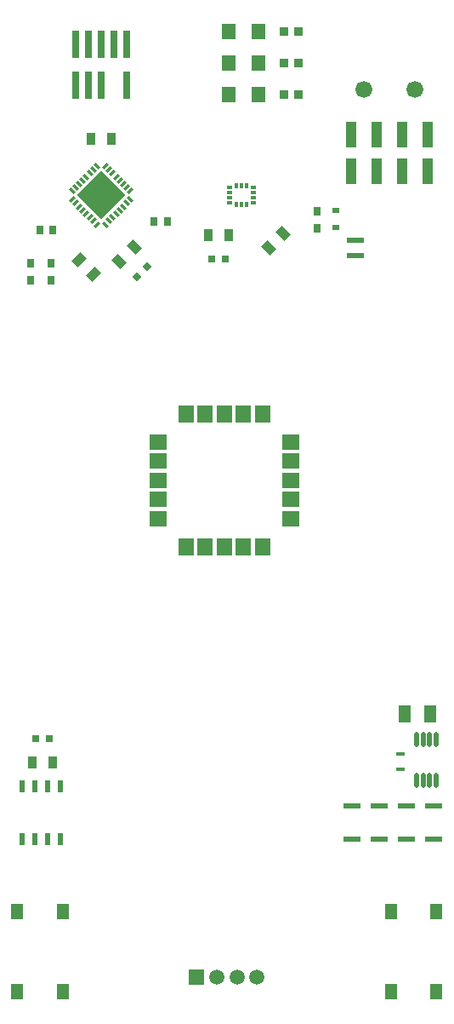
<source format=gbr>
%TF.GenerationSoftware,Altium Limited,Altium Designer,20.2.8 (258)*%
G04 Layer_Color=255*
%FSLAX26Y26*%
%MOIN*%
%TF.SameCoordinates,C5A62E15-709C-4439-AAC4-A247E21399B6*%
%TF.FilePolarity,Positive*%
%TF.FileFunction,Pads,Top*%
%TF.Part,Single*%
G01*
G75*
%TA.AperFunction,SMDPad,CuDef*%
%ADD10R,0.051181X0.061024*%
%ADD11R,0.031496X0.035433*%
%ADD12R,0.070866X0.059055*%
%ADD13R,0.059055X0.070866*%
G04:AMPARAMS|DCode=14|XSize=37.646mil|YSize=47.488mil|CornerRadius=0mil|HoleSize=0mil|Usage=FLASHONLY|Rotation=225.000|XOffset=0mil|YOffset=0mil|HoleType=Round|Shape=Rectangle|*
%AMROTATEDRECTD14*
4,1,4,-0.003480,0.030099,0.030099,-0.003480,0.003480,-0.030099,-0.030099,0.003480,-0.003480,0.030099,0.0*
%
%ADD14ROTATEDRECTD14*%

%ADD15R,0.013780X0.022638*%
%ADD16R,0.022638X0.013780*%
%ADD17R,0.029134X0.109843*%
G04:AMPARAMS|DCode=18|XSize=37.646mil|YSize=47.488mil|CornerRadius=0mil|HoleSize=0mil|Usage=FLASHONLY|Rotation=135.000|XOffset=0mil|YOffset=0mil|HoleType=Round|Shape=Rectangle|*
%AMROTATEDRECTD18*
4,1,4,0.030099,0.003480,-0.003480,-0.030099,-0.030099,-0.003480,0.003480,0.030099,0.030099,0.003480,0.0*
%
%ADD18ROTATEDRECTD18*%

%ADD19R,0.037646X0.047488*%
%ADD20P,0.038974X4X270.0*%
G04:AMPARAMS|DCode=21|XSize=11.811mil|YSize=23.622mil|CornerRadius=0mil|HoleSize=0mil|Usage=FLASHONLY|Rotation=135.000|XOffset=0mil|YOffset=0mil|HoleType=Round|Shape=Rectangle|*
%AMROTATEDRECTD21*
4,1,4,0.012527,0.004176,-0.004176,-0.012527,-0.012527,-0.004176,0.004176,0.012527,0.012527,0.004176,0.0*
%
%ADD21ROTATEDRECTD21*%

G04:AMPARAMS|DCode=22|XSize=23.622mil|YSize=11.811mil|CornerRadius=0mil|HoleSize=0mil|Usage=FLASHONLY|Rotation=135.000|XOffset=0mil|YOffset=0mil|HoleType=Round|Shape=Rectangle|*
%AMROTATEDRECTD22*
4,1,4,0.012527,-0.004176,0.004176,-0.012527,-0.012527,0.004176,-0.004176,0.012527,0.012527,-0.004176,0.0*
%
%ADD22ROTATEDRECTD22*%

%ADD23P,0.192088X4X180.0*%
%ADD24R,0.031496X0.023622*%
%ADD25R,0.029528X0.033465*%
%ADD26R,0.066929X0.019685*%
%ADD27R,0.070866X0.019685*%
%ADD28R,0.055118X0.059055*%
%ADD29R,0.037402X0.037402*%
%ADD30R,0.039370X0.098425*%
%ADD31R,0.027559X0.027559*%
G04:AMPARAMS|DCode=32|XSize=21.654mil|YSize=49.213mil|CornerRadius=1.949mil|HoleSize=0mil|Usage=FLASHONLY|Rotation=0.000|XOffset=0mil|YOffset=0mil|HoleType=Round|Shape=RoundedRectangle|*
%AMROUNDEDRECTD32*
21,1,0.021654,0.045315,0,0,0.0*
21,1,0.017756,0.049213,0,0,0.0*
1,1,0.003898,0.008878,-0.022657*
1,1,0.003898,-0.008878,-0.022657*
1,1,0.003898,-0.008878,0.022657*
1,1,0.003898,0.008878,0.022657*
%
%ADD32ROUNDEDRECTD32*%
%ADD33O,0.017716X0.059055*%
%ADD34R,0.045276X0.066929*%
%ADD35R,0.033465X0.017716*%
%ADD36R,0.070866X0.021654*%
%TA.AperFunction,ComponentPad*%
%ADD44C,0.059055*%
%ADD45R,0.059055X0.059055*%
%ADD46C,0.066142*%
D10*
X1408583Y1476496D02*
D03*
Y1163504D02*
D03*
X1231417Y1476496D02*
D03*
Y1163504D02*
D03*
X2696417D02*
D03*
Y1476496D02*
D03*
X2873583Y1163504D02*
D03*
Y1476496D02*
D03*
D11*
X1283835Y4013465D02*
D03*
Y3946535D02*
D03*
X1365000Y4013465D02*
D03*
Y3946535D02*
D03*
X2407699Y4218465D02*
D03*
Y4151535D02*
D03*
D12*
X2302500Y3015551D02*
D03*
Y3090354D02*
D03*
Y3165157D02*
D03*
Y3239961D02*
D03*
Y3314764D02*
D03*
X1782815D02*
D03*
Y3239961D02*
D03*
Y3165157D02*
D03*
Y3090354D02*
D03*
Y3015551D02*
D03*
D13*
X2192264Y3425000D02*
D03*
X2117461D02*
D03*
X2042658D02*
D03*
X1967854D02*
D03*
X1893051D02*
D03*
Y2905315D02*
D03*
X1967854D02*
D03*
X2042658D02*
D03*
X2117461D02*
D03*
X2192264D02*
D03*
D14*
X2216465Y4074611D02*
D03*
X2273535Y4131681D02*
D03*
X1631465Y4021942D02*
D03*
X1688535Y4079011D02*
D03*
D15*
X2090315Y4315925D02*
D03*
X2110000D02*
D03*
X2129685D02*
D03*
Y4244075D02*
D03*
X2110000D02*
D03*
X2090315D02*
D03*
D16*
X2155768Y4309528D02*
D03*
Y4289842D02*
D03*
Y4270158D02*
D03*
Y4250472D02*
D03*
X2064232D02*
D03*
Y4270158D02*
D03*
Y4289842D02*
D03*
Y4309528D02*
D03*
D17*
X1660000Y4870118D02*
D03*
X1610000D02*
D03*
X1560000D02*
D03*
X1510000D02*
D03*
X1460000D02*
D03*
X1660000Y4709882D02*
D03*
X1560000D02*
D03*
X1510000D02*
D03*
X1460000D02*
D03*
D18*
X1473949Y4029011D02*
D03*
X1531019Y3971942D02*
D03*
D19*
X1600354Y4500000D02*
D03*
X1519646D02*
D03*
X2060354Y4125000D02*
D03*
X1979646D02*
D03*
X1370000Y2060000D02*
D03*
X1289291D02*
D03*
D20*
X1701025Y3960513D02*
D03*
X1740000Y3999487D02*
D03*
D21*
X1576703Y4394139D02*
D03*
X1590623Y4380220D02*
D03*
X1604542Y4366301D02*
D03*
X1618462Y4352381D02*
D03*
X1632381Y4338462D02*
D03*
X1646301Y4324542D02*
D03*
X1660220Y4310623D02*
D03*
X1674139Y4296703D02*
D03*
X1543297Y4165861D02*
D03*
X1529377Y4179780D02*
D03*
X1515458Y4193699D02*
D03*
X1501538Y4207619D02*
D03*
X1487619Y4221538D02*
D03*
X1473699Y4235458D02*
D03*
X1459780Y4249377D02*
D03*
X1445861Y4263297D02*
D03*
D22*
Y4296703D02*
D03*
X1459780Y4310623D02*
D03*
X1473699Y4324542D02*
D03*
X1487619Y4338462D02*
D03*
X1501538Y4352381D02*
D03*
X1515458Y4366301D02*
D03*
X1529377Y4380220D02*
D03*
X1543297Y4394139D02*
D03*
X1674139Y4263297D02*
D03*
X1660220Y4249377D02*
D03*
X1646301Y4235458D02*
D03*
X1632381Y4221538D02*
D03*
X1618462Y4207619D02*
D03*
X1604542Y4193699D02*
D03*
X1590623Y4179780D02*
D03*
X1576703Y4165861D02*
D03*
D23*
X1560000Y4280000D02*
D03*
D24*
X2480990Y4155000D02*
D03*
Y4221929D02*
D03*
D25*
X1819333Y4177134D02*
D03*
X1768152D02*
D03*
X1370639Y4145000D02*
D03*
X1319458D02*
D03*
D26*
X2556024Y4104528D02*
D03*
D27*
X2557992Y4045472D02*
D03*
D28*
X2178110Y4675000D02*
D03*
X2060000D02*
D03*
X2178110Y4797500D02*
D03*
X2060000D02*
D03*
X2178110Y4920000D02*
D03*
X2060000D02*
D03*
D29*
X2333543Y4675000D02*
D03*
X2276457D02*
D03*
X2333543Y4797500D02*
D03*
X2276457D02*
D03*
X2333543Y4920000D02*
D03*
X2276457D02*
D03*
D30*
X2640000Y4372874D02*
D03*
Y4518543D02*
D03*
X2540000Y4372874D02*
D03*
Y4518543D02*
D03*
X2740000D02*
D03*
X2840000D02*
D03*
X2740000Y4372874D02*
D03*
X2840000D02*
D03*
D31*
X2047559Y4030000D02*
D03*
X1992441D02*
D03*
X1357559Y2155000D02*
D03*
X1302441D02*
D03*
D32*
X1250000Y1761654D02*
D03*
X1300000D02*
D03*
X1350000D02*
D03*
X1400000D02*
D03*
X1250000Y1968347D02*
D03*
X1300000D02*
D03*
X1350000D02*
D03*
X1400000D02*
D03*
D33*
X2873386Y2149724D02*
D03*
X2847795D02*
D03*
X2822205D02*
D03*
X2796614D02*
D03*
X2873386Y1990276D02*
D03*
X2847795D02*
D03*
X2822205D02*
D03*
X2796614D02*
D03*
D34*
X2748819Y2250000D02*
D03*
X2851181D02*
D03*
D35*
X2734439Y2035473D02*
D03*
Y2094528D02*
D03*
D36*
X2545000Y1890000D02*
D03*
Y1762047D02*
D03*
X2651667Y1890000D02*
D03*
Y1762047D02*
D03*
X2758333Y1890000D02*
D03*
Y1762047D02*
D03*
X2865000Y1890000D02*
D03*
Y1762047D02*
D03*
D44*
X2091870Y1221653D02*
D03*
X2013130D02*
D03*
X2170610D02*
D03*
D45*
X1934390D02*
D03*
D46*
X2590000Y4693740D02*
D03*
X2790000D02*
D03*
%TF.MD5,48761a732b9afe42571572a8a6aba4e8*%
M02*

</source>
